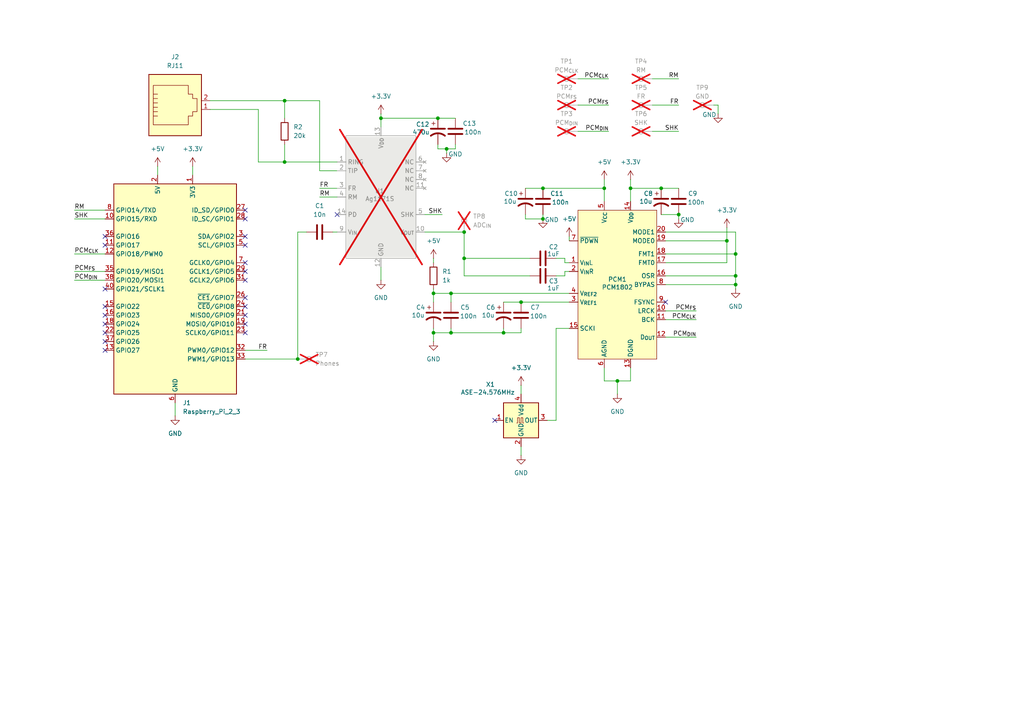
<source format=kicad_sch>
(kicad_sch (version 20231120) (generator "eeschema") (generator_version "8.0")
  (paper "A4")
  (lib_symbols
    (symbol "Audio:PCM1802"
      (property "Reference" "PCM1" (at 0 -6.096 0))
      (property "Value" "PCM1802" (at 0 -8.382 0))
      (symbol "PCM1802_0_1"
        (rectangle (start -11.43 13.97) (end 11.43 -29.21) (fill (type background)))
      )
      (symbol "PCM1802_1_1"
        (pin input line (at -13.97 -1.27 0) (length 2.54) (name "V_{IN}L") (number "1"))
        (pin bidirectional line (at 13.97 -15.24 180) (length 2.54) (name "LRCK") (number "10"))
        (pin bidirectional line (at 13.97 -17.78 180) (length 2.54) (name "BCK") (number "11"))
        (pin output line (at 13.97 -22.86 180) (length 2.54) (name "D_{OUT}") (number "12"))
        (pin power_in line (at 3.81 -31.75 90) (length 2.54) (name "DGND") (number "13"))
        (pin power_in line (at 3.81 16.51 270) (length 2.54) (name "V_{DD}") (number "14"))
        (pin bidirectional line (at -13.97 -20.32 0) (length 2.54) (name "SCKI") (number "15"))
        (pin input line (at 13.97 -5.08 180) (length 2.54) (name "OSR") (number "16"))
        (pin input line (at 13.97 -1.27 180) (length 2.54) (name "FMT0") (number "17"))
        (pin input line (at 13.97 1.27 180) (length 2.54) (name "FMT1") (number "18"))
        (pin input line (at 13.97 5.08 180) (length 2.54) (name "MODE0") (number "19"))
        (pin input line (at -13.97 -3.81 0) (length 2.54) (name "V_{IN}R") (number "2"))
        (pin input line (at 13.97 7.62 180) (length 2.54) (name "MODE1") (number "20"))
        (pin input line (at -13.97 -12.7 0) (length 2.54) (name "V_{REF1}") (number "3"))
        (pin input line (at -13.97 -10.16 0) (length 2.54) (name "V_{REF2}") (number "4"))
        (pin power_in line (at -3.81 16.51 270) (length 2.54) (name "V_{CC}") (number "5"))
        (pin power_in line (at -3.81 -31.75 90) (length 2.54) (name "AGND") (number "6"))
        (pin input line (at -13.97 5.08 0) (length 2.54) (name "~{PDWN}") (number "7"))
        (pin input line (at 13.97 -7.62 180) (length 2.54) (name "BYPAS") (number "8"))
        (pin bidirectional line (at 13.97 -12.7 180) (length 2.54) (name "FSYNC") (number "9"))
      )
    )
    (symbol "Connector:RJ11" (pin_names (offset 1.016))
      (property "Reference" "J" (at -5.08 11.43 0))
      (property "Value" "RJ11" (at 2.54 11.43 0))
      (symbol "RJ11_0_1"
        (polyline (pts (xy -6.35 -1.905) (xy -5.08 -1.905) (xy -5.08 -1.905)))
        (polyline (pts (xy -6.35 -0.635) (xy -5.08 -0.635) (xy -5.08 -0.635)))
        (polyline (pts (xy -6.35 0.635) (xy -5.08 0.635) (xy -5.08 0.635)))
        (polyline (pts (xy -6.35 1.905) (xy -5.08 1.905) (xy -5.08 1.905)))
        (polyline (pts (xy -6.35 3.175) (xy -5.08 3.175) (xy -5.08 3.175)))
        (polyline (pts (xy -5.08 4.445) (xy -6.35 4.445) (xy -6.35 4.445)))
        (polyline (pts (xy -6.35 -4.445) (xy -6.35 6.985) (xy 3.81 6.985) (xy 3.81 4.445) (xy 5.08 4.445) (xy 5.08 3.175) (xy 6.35 3.175) (xy 6.35 -0.635) (xy 5.08 -0.635) (xy 5.08 -1.905) (xy 3.81 -1.905) (xy 3.81 -4.445) (xy -6.35 -4.445) (xy -6.35 -4.445)))
        (rectangle (start 7.62 10.16) (end -7.62 -7.62) (stroke (width 0.254)) (fill (type background)))
      )
      (symbol "RJ11_1_1"
        (pin passive line (at 10.16 0 180) (length 2.54) (name "~") (number "1"))
        (pin passive line (at 10.16 2.54 180) (length 2.54) (name "~") (number "2"))
      )
    )
    (symbol "Connector:Raspberry_Pi_2_3"
      (property "Reference" "J1" (at 2.1941 -33.02 0))
      (property "Value" "Raspberry_Pi_2_3" (at 2.1941 -35.56 0))
      (symbol "Raspberry_Pi_2_3_0_1"
        (rectangle (start -17.78 30.48) (end 17.78 -30.48) (stroke (width 0.254)) (fill (type background)))
      )
      (symbol "Raspberry_Pi_2_3_1_1"
        (pin power_out line (at 5.08 33.02 270) (length 2.54) (name "3V3") (number "1"))
        (pin bidirectional line (at -20.32 20.32 0) (length 2.54) (name "GPIO15/RXD") (number "10"))
        (pin bidirectional line (at -20.32 12.7 0) (length 2.54) (name "GPIO17") (number "11"))
        (pin bidirectional line (at -20.32 10.16 0) (length 2.54) (name "GPIO18/PWM0") (number "12"))
        (pin bidirectional line (at -20.32 -17.78 0) (length 2.54) (name "GPIO27") (number "13"))
        (pin passive line (at 0 -33.02 90) (length 2.54) hide (name "GND") (number "14"))
        (pin bidirectional line (at -20.32 -5.08 0) (length 2.54) (name "GPIO22") (number "15"))
        (pin bidirectional line (at -20.32 -7.62 0) (length 2.54) (name "GPIO23") (number "16"))
        (pin passive line (at 5.08 33.02 270) (length 2.54) hide (name "3V3") (number "17"))
        (pin bidirectional line (at -20.32 -10.16 0) (length 2.54) (name "GPIO24") (number "18"))
        (pin bidirectional line (at 20.32 -10.16 180) (length 2.54) (name "MOSI0/GPIO10") (number "19"))
        (pin power_out line (at -5.08 33.02 270) (length 2.54) (name "5V") (number "2"))
        (pin passive line (at 0 -33.02 90) (length 2.54) hide (name "GND") (number "20"))
        (pin bidirectional line (at 20.32 -7.62 180) (length 2.54) (name "MISO0/GPIO9") (number "21"))
        (pin bidirectional line (at -20.32 -12.7 0) (length 2.54) (name "GPIO25") (number "22"))
        (pin bidirectional line (at 20.32 -12.7 180) (length 2.54) (name "SCLK0/GPIO11") (number "23"))
        (pin bidirectional line (at 20.32 -5.08 180) (length 2.54) (name "~{CE0}/GPIO8") (number "24"))
        (pin passive line (at 0 -33.02 90) (length 2.54) hide (name "GND") (number "25"))
        (pin bidirectional line (at 20.32 -2.54 180) (length 2.54) (name "~{CE1}/GPIO7") (number "26"))
        (pin bidirectional line (at 20.32 22.86 180) (length 2.54) (name "ID_SD/GPIO0") (number "27"))
        (pin bidirectional line (at 20.32 20.32 180) (length 2.54) (name "ID_SC/GPIO1") (number "28"))
        (pin bidirectional line (at 20.32 5.08 180) (length 2.54) (name "GCLK1/GPIO5") (number "29"))
        (pin bidirectional line (at 20.32 15.24 180) (length 2.54) (name "SDA/GPIO2") (number "3"))
        (pin passive line (at 0 -33.02 90) (length 2.54) hide (name "GND") (number "30"))
        (pin bidirectional line (at 20.32 2.54 180) (length 2.54) (name "GCLK2/GPIO6") (number "31"))
        (pin bidirectional line (at 20.32 -17.78 180) (length 2.54) (name "PWM0/GPIO12") (number "32"))
        (pin bidirectional line (at 20.32 -20.32 180) (length 2.54) (name "PWM1/GPIO13") (number "33"))
        (pin passive line (at 0 -33.02 90) (length 2.54) hide (name "GND") (number "34"))
        (pin bidirectional line (at -20.32 5.08 0) (length 2.54) (name "GPIO19/MISO1") (number "35"))
        (pin bidirectional line (at -20.32 15.24 0) (length 2.54) (name "GPIO16") (number "36"))
        (pin bidirectional line (at -20.32 -15.24 0) (length 2.54) (name "GPIO26") (number "37"))
        (pin bidirectional line (at -20.32 2.54 0) (length 2.54) (name "GPIO20/MOSI1") (number "38"))
        (pin passive line (at 0 -33.02 90) (length 2.54) hide (name "GND") (number "39"))
        (pin passive line (at -5.08 33.02 270) (length 2.54) hide (name "5V") (number "4"))
        (pin bidirectional line (at -20.32 0 0) (length 2.54) (name "GPIO21/SCLK1") (number "40"))
        (pin bidirectional line (at 20.32 12.7 180) (length 2.54) (name "SCL/GPIO3") (number "5"))
        (pin power_out line (at 0 -33.02 90) (length 2.54) (name "GND") (number "6"))
        (pin bidirectional line (at 20.32 7.62 180) (length 2.54) (name "GCLK0/GPIO4") (number "7"))
        (pin bidirectional line (at -20.32 22.86 0) (length 2.54) (name "GPIO14/TXD") (number "8"))
        (pin passive line (at 0 -33.02 90) (length 2.54) hide (name "GND") (number "9"))
      )
    )
    (symbol "Connector:TestPoint" (pin_numbers hide) (pin_names (offset 0.762) hide)
      (property "Reference" "TP" (at 0 6.858 0))
      (property "Value" "TestPoint" (at 0 5.08 0))
      (symbol "TestPoint_0_1"
        (circle (center 0 3.302) (radius 0.762))
      )
      (symbol "TestPoint_1_1"
        (pin passive line (at 0 0 90) (length 2.54) (name "1") (number "1"))
      )
    )
    (symbol "Device:C" (pin_numbers hide) (pin_names (offset 0.254))
      (property "Reference" "C" (at 0.635 2.54 0))
      (property "Value" "C" (at 0.635 -2.54 0))
      (symbol "C_0_1"
        (polyline (pts (xy -2.032 -0.762) (xy 2.032 -0.762)) (stroke (width 0.508)))
        (polyline (pts (xy -2.032 0.762) (xy 2.032 0.762)) (stroke (width 0.508)))
      )
      (symbol "C_1_1"
        (pin passive line (at 0 3.81 270) (length 2.794) (name "~") (number "1"))
        (pin passive line (at 0 -3.81 90) (length 2.794) (name "~") (number "2"))
      )
    )
    (symbol "Device:C_Polarized_US" (pin_numbers hide) (pin_names (offset 0.254) hide)
      (property "Reference" "C" (at 0.635 2.54 0))
      (property "Value" "C_Polarized_US" (at 0.635 -2.54 0))
      (symbol "C_Polarized_US_0_1"
        (polyline (pts (xy -2.032 0.762) (xy 2.032 0.762)) (stroke (width 0.508)))
        (polyline (pts (xy -1.778 2.286) (xy -0.762 2.286)))
        (polyline (pts (xy -1.27 1.778) (xy -1.27 2.794)))
        (arc (start 2.032 -1.27) (mid 0 -0.5572) (end -2.032 -1.27) (stroke (width 0.508)))
      )
      (symbol "C_Polarized_US_1_1"
        (pin passive line (at 0 3.81 270) (length 2.794) (name "~") (number "1"))
        (pin passive line (at 0 -3.81 90) (length 3.302) (name "~") (number "2"))
      )
    )
    (symbol "Device:R" (pin_numbers hide) (pin_names (offset 0))
      (property "Reference" "R" (at 2.032 0 90))
      (property "Value" "R" (at 0 0 90))
      (symbol "R_0_1"
        (rectangle (start -1.016 -2.54) (end 1.016 2.54) (stroke (width 0.254)))
      )
      (symbol "R_1_1"
        (pin passive line (at 0 3.81 270) (length 1.27) (name "~") (number "1"))
        (pin passive line (at 0 -3.81 90) (length 1.27) (name "~") (number "2"))
      )
    )
    (symbol "Interface_Telecom:Ag1171"
      (property "Reference" "U1" (at -1.778 1.778 0))
      (property "Value" "Ag1171S" (at -4.572 -0.508 0))
      (symbol "Ag1171_0_1"
        (rectangle (start -10.16 17.78) (end 10.16 -17.78) (fill (type background)))
      )
      (symbol "Ag1171_1_1"
        (pin bidirectional line (at -12.7 10.16 0) (length 2.54) (name "RING") (number "1"))
        (pin output line (at 12.7 -10.16 180) (length 2.54) (name "V_{OUT}") (number "10"))
        (pin no_connect line (at 12.7 2.54 180) (length 2.54) (name "NC") (number "11"))
        (pin power_in line (at 0 -20.32 90) (length 2.54) (name "GND") (number "12"))
        (pin power_in line (at 0 20.32 270) (length 2.54) (name "V_{DD}") (number "13"))
        (pin input line (at -12.7 -5.08 0) (length 2.54) (name "PD") (number "14"))
        (pin bidirectional line (at -12.7 7.62 0) (length 2.54) (name "TIP") (number "2"))
        (pin input line (at -12.7 2.54 0) (length 2.54) (name "FR") (number "3"))
        (pin input line (at -12.7 0 0) (length 2.54) (name "RM") (number "4"))
        (pin output line (at 12.7 -5.08 180) (length 2.54) (name "SHK") (number "5"))
        (pin no_connect line (at 12.7 10.16 180) (length 2.54) (name "NC") (number "6"))
        (pin no_connect line (at 12.7 7.62 180) (length 2.54) (name "NC") (number "7"))
        (pin no_connect line (at 12.7 5.08 180) (length 2.54) (name "NC") (number "8"))
        (pin input line (at -12.7 -10.16 0) (length 2.54) (name "V_{IN}") (number "9"))
      )
    )
    (symbol "Oscillator:ASE-xxxMHz" (pin_names (offset 0.254))
      (property "Reference" "X" (at -5.08 6.35 0))
      (property "Value" "ASE-xxxMHz" (at 1.27 -6.35 0))
      (symbol "ASE-xxxMHz_0_1"
        (rectangle (start -5.08 5.08) (end 5.08 -5.08) (stroke (width 0.254)) (fill (type background)))
        (polyline (pts (xy -1.27 -0.762) (xy -1.016 -0.762) (xy -1.016 0.762) (xy -0.508 0.762) (xy -0.508 -0.762) (xy 0 -0.762) (xy 0 0.762) (xy 0.508 0.762) (xy 0.508 -0.762) (xy 0.762 -0.762)))
      )
      (symbol "ASE-xxxMHz_1_1"
        (pin input line (at -7.62 0 0) (length 2.54) (name "EN") (number "1"))
        (pin power_in line (at 0 -7.62 90) (length 2.54) (name "GND") (number "2"))
        (pin output line (at 7.62 0 180) (length 2.54) (name "OUT") (number "3"))
        (pin power_in line (at 0 7.62 270) (length 2.54) (name "Vdd") (number "4"))
      )
    )
    (symbol "power:+3.3V" (power) (pin_numbers hide) (pin_names (offset 0) hide)
      (property "Value" "+3.3V" (at 0 3.556 0))
      (symbol "+3.3V_0_1"
        (polyline (pts (xy -0.762 1.27) (xy 0 2.54)))
        (polyline (pts (xy 0 0) (xy 0 2.54)))
        (polyline (pts (xy 0 2.54) (xy 0.762 1.27)))
      )
      (symbol "+3.3V_1_1"
        (pin power_in line (at 0 0 90) (length 0) (name "~") (number "1"))
      )
    )
    (symbol "power:+5V" (power) (pin_numbers hide) (pin_names (offset 0) hide)
      (property "Value" "+5V" (at 0 3.556 0))
      (symbol "+5V_0_1"
        (polyline (pts (xy -0.762 1.27) (xy 0 2.54)))
        (polyline (pts (xy 0 0) (xy 0 2.54)))
        (polyline (pts (xy 0 2.54) (xy 0.762 1.27)))
      )
      (symbol "+5V_1_1"
        (pin power_in line (at 0 0 90) (length 0) (name "~") (number "1"))
      )
    )
    (symbol "power:GND" (power) (pin_numbers hide) (pin_names (offset 0) hide)
      (property "Value" "GND" (at 0 -3.81 0))
      (symbol "GND_0_1"
        (polyline (pts (xy 0 0) (xy 0 -1.27) (xy 1.27 -1.27) (xy 0 -2.54) (xy -1.27 -1.27) (xy 0 -1.27)))
      )
      (symbol "GND_1_1"
        (pin power_in line (at 0 0 270) (length 0) (name "~") (number "1"))
      )
    )
  )
  (junction (at 191.77 54.61))
  (junction (at 86.36 104.14))
  (junction (at 127 34.29))
  (junction (at 129.54 43.18))
  (junction (at 213.36 80.01))
  (junction (at 157.48 54.61))
  (junction (at 179.07 110.49))
  (junction (at 110.49 34.29))
  (junction (at 130.81 85.09))
  (junction (at 146.05 96.52))
  (junction (at 82.55 46.99))
  (junction (at 125.73 85.09))
  (junction (at 134.62 67.31))
  (junction (at 130.81 96.52))
  (junction (at 210.82 69.85))
  (junction (at 175.26 54.61))
  (junction (at 196.85 62.23))
  (junction (at 125.73 96.52))
  (junction (at 213.36 73.66))
  (junction (at 151.13 87.63))
  (junction (at 134.62 74.93))
  (junction (at 157.48 63.5))
  (junction (at 213.36 82.55))
  (junction (at 182.88 54.61))
  (junction (at 82.55 29.21))
  (no_connect (at 71.12 71.12))
  (no_connect (at 97.79 62.23))
  (no_connect (at 30.48 83.82))
  (no_connect (at 71.12 88.9))
  (no_connect (at 71.12 60.96))
  (no_connect (at 30.48 88.9))
  (no_connect (at 30.48 91.44))
  (no_connect (at 30.48 101.6))
  (no_connect (at 30.48 68.58))
  (no_connect (at 71.12 68.58))
  (no_connect (at 143.51 121.92))
  (no_connect (at 71.12 91.44))
  (no_connect (at 71.12 96.52))
  (no_connect (at 30.48 71.12))
  (no_connect (at 71.12 81.28))
  (no_connect (at 71.12 86.36))
  (no_connect (at 71.12 76.2))
  (no_connect (at 30.48 99.06))
  (no_connect (at 71.12 63.5))
  (no_connect (at 71.12 78.74))
  (no_connect (at 30.48 93.98))
  (no_connect (at 30.48 96.52))
  (no_connect (at 193.04 87.63))
  (no_connect (at 71.12 93.98))
  (wire (pts (xy 165.1 68.58) (xy 165.1 69.85)))
  (wire (pts (xy 175.26 106.68) (xy 175.26 110.49)))
  (wire (pts (xy 123.19 67.31) (xy 134.62 67.31)))
  (wire (pts (xy 210.82 69.85) (xy 210.82 76.2)))
  (wire (pts (xy 127 41.91) (xy 127 43.18)))
  (wire (pts (xy 110.49 33.02) (xy 110.49 34.29)))
  (wire (pts (xy 208.28 33.02) (xy 208.28 30.48)))
  (wire (pts (xy 179.07 110.49) (xy 182.88 110.49)))
  (wire (pts (xy 146.05 96.52) (xy 151.13 96.52)))
  (wire (pts (xy 21.59 78.74) (xy 30.48 78.74)))
  (wire (pts (xy 175.26 54.61) (xy 175.26 58.42)))
  (wire (pts (xy 134.62 80.01) (xy 153.67 80.01)))
  (wire (pts (xy 82.55 46.99) (xy 97.79 46.99)))
  (wire (pts (xy 213.36 82.55) (xy 213.36 83.82)))
  (wire (pts (xy 208.28 30.48) (xy 207.01 30.48)))
  (wire (pts (xy 50.8 116.84) (xy 50.8 120.65)))
  (wire (pts (xy 110.49 34.29) (xy 110.49 36.83)))
  (wire (pts (xy 92.71 49.53) (xy 97.79 49.53)))
  (wire (pts (xy 92.71 54.61) (xy 97.79 54.61)))
  (wire (pts (xy 146.05 87.63) (xy 151.13 87.63)))
  (wire (pts (xy 161.29 95.25) (xy 161.29 121.92)))
  (wire (pts (xy 161.29 74.93) (xy 163.83 74.93)))
  (wire (pts (xy 60.96 29.21) (xy 82.55 29.21)))
  (wire (pts (xy 82.55 29.21) (xy 82.55 34.29)))
  (wire (pts (xy 152.4 63.5) (xy 157.48 63.5)))
  (wire (pts (xy 86.36 67.31) (xy 88.9 67.31)))
  (wire (pts (xy 191.77 54.61) (xy 196.85 54.61)))
  (wire (pts (xy 92.71 57.15) (xy 97.79 57.15)))
  (wire (pts (xy 189.23 22.86) (xy 196.85 22.86)))
  (wire (pts (xy 163.83 78.74) (xy 165.1 78.74)))
  (wire (pts (xy 182.88 52.07) (xy 182.88 54.61)))
  (wire (pts (xy 158.75 121.92) (xy 161.29 121.92)))
  (wire (pts (xy 127 34.29) (xy 132.08 34.29)))
  (wire (pts (xy 82.55 41.91) (xy 82.55 46.99)))
  (wire (pts (xy 74.93 31.75) (xy 74.93 46.99)))
  (wire (pts (xy 125.73 96.52) (xy 125.73 99.06)))
  (wire (pts (xy 163.83 80.01) (xy 163.83 78.74)))
  (wire (pts (xy 161.29 95.25) (xy 165.1 95.25)))
  (wire (pts (xy 167.64 38.1) (xy 176.53 38.1)))
  (wire (pts (xy 193.04 73.66) (xy 213.36 73.66)))
  (wire (pts (xy 196.85 63.5) (xy 196.85 62.23)))
  (wire (pts (xy 193.04 97.79) (xy 201.93 97.79)))
  (wire (pts (xy 130.81 85.09) (xy 165.1 85.09)))
  (wire (pts (xy 123.19 62.23) (xy 128.27 62.23)))
  (wire (pts (xy 134.62 67.31) (xy 134.62 74.93)))
  (wire (pts (xy 167.64 30.48) (xy 176.53 30.48)))
  (wire (pts (xy 146.05 95.25) (xy 146.05 96.52)))
  (wire (pts (xy 21.59 60.96) (xy 30.48 60.96)))
  (wire (pts (xy 21.59 63.5) (xy 30.48 63.5)))
  (wire (pts (xy 182.88 54.61) (xy 191.77 54.61)))
  (wire (pts (xy 182.88 54.61) (xy 182.88 58.42)))
  (wire (pts (xy 163.83 76.2) (xy 165.1 76.2)))
  (wire (pts (xy 210.82 66.04) (xy 210.82 69.85)))
  (wire (pts (xy 130.81 96.52) (xy 146.05 96.52)))
  (wire (pts (xy 45.72 48.26) (xy 45.72 50.8)))
  (wire (pts (xy 130.81 87.63) (xy 130.81 85.09)))
  (wire (pts (xy 157.48 54.61) (xy 175.26 54.61)))
  (wire (pts (xy 71.12 101.6) (xy 77.47 101.6)))
  (wire (pts (xy 125.73 83.82) (xy 125.73 85.09)))
  (wire (pts (xy 127 43.18) (xy 129.54 43.18)))
  (wire (pts (xy 55.88 48.26) (xy 55.88 50.8)))
  (wire (pts (xy 193.04 76.2) (xy 210.82 76.2)))
  (wire (pts (xy 175.26 110.49) (xy 179.07 110.49)))
  (wire (pts (xy 182.88 106.68) (xy 182.88 110.49)))
  (wire (pts (xy 193.04 69.85) (xy 210.82 69.85)))
  (wire (pts (xy 129.54 43.18) (xy 132.08 43.18)))
  (wire (pts (xy 193.04 80.01) (xy 213.36 80.01)))
  (wire (pts (xy 125.73 87.63) (xy 125.73 85.09)))
  (wire (pts (xy 213.36 82.55) (xy 213.36 80.01)))
  (wire (pts (xy 152.4 54.61) (xy 157.48 54.61)))
  (wire (pts (xy 191.77 62.23) (xy 196.85 62.23)))
  (wire (pts (xy 193.04 67.31) (xy 213.36 67.31)))
  (wire (pts (xy 92.71 29.21) (xy 92.71 49.53)))
  (wire (pts (xy 189.23 38.1) (xy 196.85 38.1)))
  (wire (pts (xy 213.36 80.01) (xy 213.36 73.66)))
  (wire (pts (xy 175.26 52.07) (xy 175.26 54.61)))
  (wire (pts (xy 134.62 74.93) (xy 153.67 74.93)))
  (wire (pts (xy 152.4 63.5) (xy 152.4 62.23)))
  (wire (pts (xy 21.59 73.66) (xy 30.48 73.66)))
  (wire (pts (xy 125.73 96.52) (xy 130.81 96.52)))
  (wire (pts (xy 167.64 22.86) (xy 176.53 22.86)))
  (wire (pts (xy 82.55 29.21) (xy 92.71 29.21)))
  (wire (pts (xy 151.13 87.63) (xy 165.1 87.63)))
  (wire (pts (xy 151.13 129.54) (xy 151.13 132.08)))
  (wire (pts (xy 193.04 90.17) (xy 201.93 90.17)))
  (wire (pts (xy 129.54 43.18) (xy 129.54 44.45)))
  (wire (pts (xy 74.93 46.99) (xy 82.55 46.99)))
  (wire (pts (xy 86.36 104.14) (xy 86.36 67.31)))
  (wire (pts (xy 161.29 80.01) (xy 163.83 80.01)))
  (wire (pts (xy 179.07 114.3) (xy 179.07 110.49)))
  (wire (pts (xy 60.96 31.75) (xy 74.93 31.75)))
  (wire (pts (xy 151.13 111.76) (xy 151.13 114.3)))
  (wire (pts (xy 71.12 104.14) (xy 86.36 104.14)))
  (wire (pts (xy 134.62 80.01) (xy 134.62 74.93)))
  (wire (pts (xy 21.59 81.28) (xy 30.48 81.28)))
  (wire (pts (xy 125.73 74.93) (xy 125.73 76.2)))
  (wire (pts (xy 213.36 73.66) (xy 213.36 67.31)))
  (wire (pts (xy 193.04 92.71) (xy 201.93 92.71)))
  (wire (pts (xy 96.52 67.31) (xy 97.79 67.31)))
  (wire (pts (xy 163.83 74.93) (xy 163.83 76.2)))
  (wire (pts (xy 110.49 77.47) (xy 110.49 81.28)))
  (wire (pts (xy 193.04 82.55) (xy 213.36 82.55)))
  (wire (pts (xy 110.49 34.29) (xy 127 34.29)))
  (wire (pts (xy 151.13 96.52) (xy 151.13 95.25)))
  (wire (pts (xy 125.73 95.25) (xy 125.73 96.52)))
  (wire (pts (xy 157.48 63.5) (xy 157.48 62.23)))
  (wire (pts (xy 189.23 30.48) (xy 196.85 30.48)))
  (wire (pts (xy 130.81 96.52) (xy 130.81 95.25)))
  (wire (pts (xy 132.08 43.18) (xy 132.08 41.91)))
  (wire (pts (xy 125.73 85.09) (xy 130.81 85.09)))
  (label "FR" (at 77.47 101.6 180))
  (label "PCM_{CLK}" (at 21.59 73.66 0))
  (label "PCM_{DIN}" (at 176.53 38.1 180))
  (label "PCM_{FS}" (at 21.59 78.74 0))
  (label "SHK" (at 128.27 62.23 180))
  (label "FR" (at 92.71 54.61 0))
  (label "FR" (at 196.85 30.48 180))
  (label "PCM_{CLK}" (at 201.93 92.71 180))
  (label "RM" (at 196.85 22.86 180))
  (label "RM" (at 21.59 60.96 0))
  (label "PCM_{FS}" (at 176.53 30.48 180))
  (label "SHK" (at 196.85 38.1 180))
  (label "PCM_{FS}" (at 201.93 90.17 180))
  (label "SHK" (at 21.59 63.5 0))
  (label "PCM_{DIN}" (at 201.93 97.79 180))
  (label "PCM_{CLK}" (at 176.53 22.86 180))
  (label "RM" (at 92.71 57.15 0))
  (label "PCM_{DIN}" (at 21.59 81.28 0))
  (symbol (lib_id "power:+3.3V") (at 55.88 48.26 0) (unit 1)
    (property "Reference" "#PWR02" (effects (hide yes)))
    (property "Value" "+3.3V" (at 55.88 43.18 0))
    (property "Description" "Power symbol creates a global label with name \"+3.3V\"" (effects (hide yes)))
  )
  (symbol (lib_id "power:+3.3V") (at 210.82 66.04 0) (unit 1)
    (property "Reference" "#PWR013" (effects (hide yes)))
    (property "Value" "+3.3V" (at 210.82 60.96 0))
    (property "Description" "Power symbol creates a global label with name \"+3.3V\"" (effects (hide yes)))
  )
  (symbol (lib_id "power:GND") (at 213.36 83.82 0) (unit 1)
    (property "Reference" "#PWR014" (effects (hide yes)))
    (property "Value" "GND" (at 213.36 88.9 0))
    (property "Description" "Power symbol creates a global label with name \"GND\" , ground" (effects (hide yes)))
  )
  (symbol (lib_id "Device:C_Polarized_US") (at 125.73 91.44 0) (unit 1)
    (property "Reference" "C4" (at 120.65 89.154 0) (effects (justify left)))
    (property "Value" "10u" (at 119.38 91.44 0) (effects (justify left)))
    (property "Footprint" "Capacitor_Tantalum_SMD:CP_EIA-3216-18_Kemet-A" (effects (hide yes)))
    (property "Description" "Polarized capacitor, US symbol" (effects (hide yes)))
    (property "LCSC" "C7171" (effects (hide yes)))
  )
  (symbol (lib_id "Audio:PCM1802") (at 179.07 74.93 0) (unit 1)
    (property "Reference" "PCM1" (at 179.07 81.026 0))
    (property "Value" "PCM1802" (at 179.07 83.312 0))
    (property "Footprint" "Package_SO:SSOP-20_5.3x7.2mm_P0.65mm" (effects (hide yes)))
    (property "Datasheet" "https://www.ti.com/lit/ds/symlink/pcm1802.pdf" (effects (hide yes)))
    (property "Description" "Single-Ended Analog-Input 24-Bit, 96-kHz Stereo A/D Converter" (effects (hide yes)))
    (property "LCSC" "C2866894" (effects (hide yes)))
  )
  (symbol (lib_id "Connector:TestPoint") (at 167.64 30.48 90) (unit 1) (dnp yes)
    (property "Reference" "TP2" (at 164.338 25.4 90))
    (property "Value" "PCM_{FS}" (at 164.338 27.94 90))
    (property "Footprint" "TestPoint:TestPoint_THTPad_D2.0mm_Drill1.0mm" (effects (hide yes)))
    (property "Description" "test point" (effects (hide yes)))
  )
  (symbol (lib_id "Device:C") (at 157.48 58.42 180) (unit 1)
    (property "Reference" "C11" (at 161.544 56.134 0))
    (property "Value" "100n" (at 162.56 58.674 0))
    (property "Footprint" "Capacitor_SMD:C_0402_1005Metric" (effects (hide yes)))
    (property "Description" "Unpolarized capacitor" (effects (hide yes)))
    (property "LCSC" "C1525" (effects (hide yes)))
  )
  (symbol (lib_id "Connector:TestPoint") (at 134.62 67.31 0) (unit 1) (dnp yes)
    (property "Reference" "TP8" (at 137.16 62.7379 0) (effects (justify left)))
    (property "Value" "ADC_{IN}" (at 137.16 65.2779 0) (effects (justify left)))
    (property "Footprint" "TestPoint:TestPoint_THTPad_D2.0mm_Drill1.0mm" (effects (hide yes)))
    (property "Description" "test point" (effects (hide yes)))
  )
  (symbol (lib_id "power:GND") (at 50.8 120.65 0) (unit 1)
    (property "Reference" "#PWR03" (effects (hide yes)))
    (property "Value" "GND" (at 50.8 125.73 0))
    (property "Description" "Power symbol creates a global label with name \"GND\" , ground" (effects (hide yes)))
  )
  (symbol (lib_id "Oscillator:ASE-xxxMHz") (at 151.13 121.92 0) (unit 1)
    (property "Reference" "X1" (at 142.24 111.506 0))
    (property "Value" "ASE-24.576MHz" (at 141.478 113.792 0))
    (property "Footprint" "Oscillator:Oscillator_SMD_Abracon_ASE-4Pin_3.2x2.5mm" (effects (hide yes)))
    (property "Datasheet" "http://www.abracon.com/Oscillators/ASV.pdf" (effects (hide yes)))
    (property "Description" "3.3V CMOS SMD Crystal Clock Oscillator, Abracon" (effects (hide yes)))
    (property "LCSC" "C437128" (effects (hide yes)))
  )
  (symbol (lib_id "Connector:TestPoint") (at 167.64 38.1 90) (unit 1) (dnp yes)
    (property "Reference" "TP3" (at 164.338 33.02 90))
    (property "Value" "PCM_{DIN}" (at 164.338 35.56 90))
    (property "Footprint" "TestPoint:TestPoint_THTPad_D2.0mm_Drill1.0mm" (effects (hide yes)))
    (property "Description" "test point" (effects (hide yes)))
  )
  (symbol (lib_id "Connector:RJ11") (at 50.8 31.75 0) (unit 1)
    (property "Reference" "J2" (at 50.8 16.51 0))
    (property "Value" "RJ11" (at 50.8 19.05 0))
    (property "Footprint" "Connector_RJ:RJ11_Ckmtw_A800_Horizontal" (effects (hide yes)))
    (property "Description" "RJ connector, 6P2C (6 positions 2 connected)" (effects (hide yes)))
    (property "LCSC" "C189748" (effects (hide yes)))
  )
  (symbol (lib_id "Device:C") (at 92.71 67.31 90) (unit 1)
    (property "Reference" "C1" (at 92.71 59.69 90))
    (property "Value" "10n" (at 92.71 62.23 90))
    (property "Footprint" "Capacitor_SMD:C_0402_1005Metric" (effects (hide yes)))
    (property "Description" "Unpolarized capacitor" (effects (hide yes)))
    (property "LCSC" "C15195" (effects (hide yes)))
  )
  (symbol (lib_id "power:+3.3V") (at 151.13 111.76 0) (unit 1)
    (property "Reference" "#PWR08" (effects (hide yes)))
    (property "Value" "+3.3V" (at 151.13 106.68 0))
    (property "Description" "Power symbol creates a global label with name \"+3.3V\"" (effects (hide yes)))
  )
  (symbol (lib_id "Connector:TestPoint") (at 189.23 30.48 90) (unit 1) (dnp yes)
    (property "Reference" "TP5" (at 185.928 25.4 90))
    (property "Value" "FR" (at 185.928 27.94 90))
    (property "Footprint" "TestPoint:TestPoint_THTPad_D2.0mm_Drill1.0mm" (effects (hide yes)))
    (property "Description" "test point" (effects (hide yes)))
  )
  (symbol (lib_id "Device:C") (at 157.48 80.01 90) (unit 1)
    (property "Reference" "C3" (at 160.528 81.534 90))
    (property "Value" "1uF" (at 160.528 83.566 90))
    (property "Footprint" "Capacitor_SMD:C_0402_1005Metric" (effects (hide yes)))
    (property "Description" "Unpolarized capacitor" (effects (hide yes)))
    (property "LCSC" "C52923" (effects (hide yes)))
  )
  (symbol (lib_id "power:GND") (at 125.73 99.06 0) (unit 1)
    (property "Reference" "#PWR015" (effects (hide yes)))
    (property "Value" "GND" (at 125.73 104.14 0))
    (property "Description" "Power symbol creates a global label with name \"GND\" , ground" (effects (hide yes)))
  )
  (symbol (lib_id "Device:C") (at 132.08 38.1 180) (unit 1)
    (property "Reference" "C13" (at 136.144 35.814 0))
    (property "Value" "100n" (at 137.16 38.354 0))
    (property "Footprint" "Capacitor_SMD:C_0402_1005Metric" (effects (hide yes)))
    (property "Description" "Unpolarized capacitor" (effects (hide yes)))
    (property "LCSC" "C1525" (effects (hide yes)))
  )
  (symbol (lib_id "power:+5V") (at 165.1 68.58 0) (unit 1)
    (property "Reference" "#PWR017" (effects (hide yes)))
    (property "Value" "+5V" (at 165.1 63.5 0))
    (property "Description" "Power symbol creates a global label with name \"+5V\"" (effects (hide yes)))
  )
  (symbol (lib_id "power:GND") (at 208.28 33.02 0) (mirror y) (unit 1)
    (property "Reference" "#PWR019" (effects (hide yes)))
    (property "Value" "GND" (at 205.74 33.274 0))
    (property "Description" "Power symbol creates a global label with name \"GND\" , ground" (effects (hide yes)))
  )
  (symbol (lib_id "Device:C") (at 157.48 74.93 90) (unit 1)
    (property "Reference" "C2" (at 160.528 71.628 90))
    (property "Value" "1uF" (at 160.528 73.66 90))
    (property "Footprint" "Capacitor_SMD:C_0402_1005Metric" (effects (hide yes)))
    (property "Description" "Unpolarized capacitor" (effects (hide yes)))
    (property "LCSC" "C52923" (effects (hide yes)))
  )
  (symbol (lib_id "power:GND") (at 129.54 44.45 0) (unit 1)
    (property "Reference" "#PWR018" (effects (hide yes)))
    (property "Value" "GND" (at 132.08 44.704 0))
    (property "Description" "Power symbol creates a global label with name \"GND\" , ground" (effects (hide yes)))
  )
  (symbol (lib_id "Device:R") (at 82.55 38.1 0) (unit 1)
    (property "Reference" "R2" (at 85.09 36.8299 0) (effects (justify left)))
    (property "Value" "20k" (at 85.09 39.3699 0) (effects (justify left)))
    (property "Footprint" "Resistor_SMD:R_0805_2012Metric" (effects (hide yes)))
    (property "Description" "Resistor" (effects (hide yes)))
    (property "LCSC" "C4328" (effects (hide yes)))
  )
  (symbol (lib_id "Connector:TestPoint") (at 86.36 104.14 270) (unit 1) (dnp yes)
    (property "Reference" "TP7" (at 91.44 102.8699 90) (effects (justify left)))
    (property "Value" "Phones" (at 91.44 105.4099 90) (effects (justify left)))
    (property "Footprint" "TestPoint:TestPoint_THTPad_D2.0mm_Drill1.0mm" (effects (hide yes)))
    (property "Description" "test point" (effects (hide yes)))
  )
  (symbol (lib_id "Device:C") (at 130.81 91.44 180) (unit 1)
    (property "Reference" "C5" (at 134.874 89.154 0))
    (property "Value" "100n" (at 135.89 91.694 0))
    (property "Footprint" "Capacitor_SMD:C_0402_1005Metric" (effects (hide yes)))
    (property "Description" "Unpolarized capacitor" (effects (hide yes)))
    (property "LCSC" "C1525" (effects (hide yes)))
  )
  (symbol (lib_id "power:+5V") (at 175.26 52.07 0) (unit 1)
    (property "Reference" "#PWR04" (effects (hide yes)))
    (property "Value" "+5V" (at 175.26 46.99 0))
    (property "Description" "Power symbol creates a global label with name \"+5V\"" (effects (hide yes)))
  )
  (symbol (lib_id "Device:C_Polarized_US") (at 127 38.1 0) (unit 1)
    (property "Reference" "C12" (at 120.65 36.068 0) (effects (justify left)))
    (property "Value" "470u" (at 119.634 38.354 0) (effects (justify left)))
    (property "Footprint" "Capacitor_SMD:C_Elec_8x10.2" (effects (hide yes)))
    (property "Description" "Polarized capacitor, US symbol" (effects (hide yes)))
    (property "LCSC" "C50818" (effects (hide yes)))
  )
  (symbol (lib_id "Device:R") (at 125.73 80.01 0) (unit 1)
    (property "Reference" "R1" (at 128.27 78.7399 0) (effects (justify left)))
    (property "Value" "1k" (at 128.27 81.2799 0) (effects (justify left)))
    (property "Footprint" "Resistor_SMD:R_0402_1005Metric" (effects (hide yes)))
    (property "Description" "Resistor" (effects (hide yes)))
    (property "LCSC" "C11702" (effects (hide yes)))
  )
  (symbol (lib_id "Connector:TestPoint") (at 167.64 22.86 90) (unit 1) (dnp yes)
    (property "Reference" "TP1" (at 164.338 17.78 90))
    (property "Value" "PCM_{CLK}" (at 164.338 20.32 90))
    (property "Footprint" "TestPoint:TestPoint_THTPad_D2.0mm_Drill1.0mm" (effects (hide yes)))
    (property "Description" "test point" (effects (hide yes)))
  )
  (symbol (lib_id "Connector:TestPoint") (at 189.23 38.1 90) (unit 1) (dnp yes)
    (property "Reference" "TP6" (at 185.928 33.02 90))
    (property "Value" "SHK" (at 185.928 35.56 90))
    (property "Footprint" "TestPoint:TestPoint_THTPad_D2.0mm_Drill1.0mm" (effects (hide yes)))
    (property "Description" "test point" (effects (hide yes)))
  )
  (symbol (lib_id "Device:C_Polarized_US") (at 146.05 91.44 0) (unit 1)
    (property "Reference" "C6" (at 140.97 89.154 0) (effects (justify left)))
    (property "Value" "10u" (at 139.7 91.44 0) (effects (justify left)))
    (property "Footprint" "Capacitor_Tantalum_SMD:CP_EIA-3216-18_Kemet-A" (effects (hide yes)))
    (property "Description" "Polarized capacitor, US symbol" (effects (hide yes)))
    (property "LCSC" "C7171" (effects (hide yes)))
  )
  (symbol (lib_id "power:GND") (at 196.85 63.5 0) (unit 1)
    (property "Reference" "#PWR012" (effects (hide yes)))
    (property "Value" "GND" (at 199.39 63.754 0))
    (property "Description" "Power symbol creates a global label with name \"GND\" , ground" (effects (hide yes)))
  )
  (symbol (lib_id "power:+5V") (at 125.73 74.93 0) (unit 1)
    (property "Reference" "#PWR011" (effects (hide yes)))
    (property "Value" "+5V" (at 125.73 69.85 0))
    (property "Description" "Power symbol creates a global label with name \"+5V\"" (effects (hide yes)))
  )
  (symbol (lib_id "Device:C_Polarized_US") (at 152.4 58.42 0) (unit 1)
    (property "Reference" "C10" (at 146.304 56.134 0) (effects (justify left)))
    (property "Value" "10u" (at 146.05 58.42 0) (effects (justify left)))
    (property "Footprint" "Capacitor_Tantalum_SMD:CP_EIA-3216-18_Kemet-A" (effects (hide yes)))
    (property "Description" "Polarized capacitor, US symbol" (effects (hide yes)))
    (property "LCSC" "C7171" (effects (hide yes)))
  )
  (symbol (lib_id "power:GND") (at 179.07 114.3 0) (unit 1)
    (property "Reference" "#PWR05" (effects (hide yes)))
    (property "Value" "GND" (at 179.07 119.38 0))
    (property "Description" "Power symbol creates a global label with name \"GND\" , ground" (effects (hide yes)))
  )
  (symbol (lib_id "power:GND") (at 110.49 81.28 0) (unit 1)
    (property "Reference" "#PWR010" (effects (hide yes)))
    (property "Value" "GND" (at 110.49 86.36 0))
    (property "Description" "Power symbol creates a global label with name \"GND\" , ground" (effects (hide yes)))
  )
  (symbol (lib_id "Device:C") (at 196.85 58.42 180) (unit 1)
    (property "Reference" "C9" (at 200.914 56.134 0))
    (property "Value" "100n" (at 201.93 58.674 0))
    (property "Footprint" "Capacitor_SMD:C_0402_1005Metric" (effects (hide yes)))
    (property "Description" "Unpolarized capacitor" (effects (hide yes)))
    (property "LCSC" "C1525" (effects (hide yes)))
  )
  (symbol (lib_id "Connector:TestPoint") (at 207.01 30.48 90) (unit 1) (dnp yes)
    (property "Reference" "TP9" (at 203.708 25.4 90))
    (property "Value" "GND" (at 203.708 27.94 90))
    (property "Footprint" "TestPoint:TestPoint_THTPad_D2.0mm_Drill1.0mm" (effects (hide yes)))
    (property "Description" "test point" (effects (hide yes)))
  )
  (symbol (lib_id "power:GND") (at 151.13 132.08 0) (unit 1)
    (property "Reference" "#PWR07" (effects (hide yes)))
    (property "Value" "GND" (at 151.13 137.16 0))
    (property "Description" "Power symbol creates a global label with name \"GND\" , ground" (effects (hide yes)))
  )
  (symbol (lib_id "power:+5V") (at 45.72 48.26 0) (unit 1)
    (property "Reference" "#PWR01" (effects (hide yes)))
    (property "Value" "+5V" (at 45.72 43.18 0))
    (property "Description" "Power symbol creates a global label with name \"+5V\"" (effects (hide yes)))
  )
  (symbol (lib_id "power:+3.3V") (at 182.88 52.07 0) (unit 1)
    (property "Reference" "#PWR06" (effects (hide yes)))
    (property "Value" "+3.3V" (at 182.88 46.99 0))
    (property "Description" "Power symbol creates a global label with name \"+3.3V\"" (effects (hide yes)))
  )
  (symbol (lib_id "Connector:TestPoint") (at 189.23 22.86 90) (unit 1) (dnp yes)
    (property "Reference" "TP4" (at 185.928 17.78 90))
    (property "Value" "RM" (at 185.928 20.32 90))
    (property "Footprint" "TestPoint:TestPoint_THTPad_D2.0mm_Drill1.0mm" (effects (hide yes)))
    (property "Description" "test point" (effects (hide yes)))
  )
  (symbol (lib_id "power:+3.3V") (at 110.49 33.02 0) (unit 1)
    (property "Reference" "#PWR09" (effects (hide yes)))
    (property "Value" "+3.3V" (at 110.49 27.94 0))
    (property "Description" "Power symbol creates a global label with name \"+3.3V\"" (effects (hide yes)))
  )
  (symbol (lib_id "Interface_Telecom:Ag1171") (at 110.49 57.15 0) (unit 1) (dnp yes)
    (property "Reference" "U1" (at 108.712 55.372 0) (effects (justify left)))
    (property "Value" "Ag1171S" (at 105.918 57.658 0) (effects (justify left)))
    (property "Footprint" "Connector_PinHeader_2.54mm:PinHeader_1x7+7_P2.54mm_Vertical" (effects (hide yes)))
    (property "Datasheet" "https://www.silvertel.com/images/datasheets/Ag1171-datasheet-Low-cost-ringing-SLIC-with-single-supply.pdf" (effects (hide yes)))
    (property "Description" "+3.3V / +5.0V Low Power Ringing SLIC" (effects (hide yes)))
  )
  (symbol (lib_id "Device:C") (at 151.13 91.44 180) (unit 1)
    (property "Reference" "C7" (at 155.194 89.154 0))
    (property "Value" "100n" (at 156.21 91.694 0))
    (property "Footprint" "Capacitor_SMD:C_0402_1005Metric" (effects (hide yes)))
    (property "Description" "Unpolarized capacitor" (effects (hide yes)))
    (property "LCSC" "C1525" (effects (hide yes)))
  )
  (symbol (lib_id "Connector:Raspberry_Pi_2_3") (at 50.8 83.82 0) (unit 1)
    (property "Reference" "J1" (at 52.9941 116.84 0) (effects (justify left)))
    (property "Value" "Raspberry_Pi_2_3" (at 52.9941 119.38 0) (effects (justify left)))
    (property "Footprint" "Connector_Samtec_HLE_SMD:Liansheng_FH-00369_2x20_P2.54mm_Horizontal" (effects (hide yes)))
    (property "Datasheet" "https://www.raspberrypi.org/documentation/hardware/raspberrypi/schematics/rpi_SCH_3bplus_1p0_reduced.pdf" (effects (hide yes)))
    (property "Description" "expansion header for Raspberry Pi 2 & 3" (effects (hide yes)))
    (property "LCSC" "C2685115" (effects (hide yes)))
  )
  (symbol (lib_id "Device:C_Polarized_US") (at 191.77 58.42 0) (unit 1)
    (property "Reference" "C8" (at 186.69 56.134 0) (effects (justify left)))
    (property "Value" "10u" (at 185.42 58.42 0) (effects (justify left)))
    (property "Footprint" "Capacitor_Tantalum_SMD:CP_EIA-3216-18_Kemet-A" (effects (hide yes)))
    (property "Description" "Polarized capacitor, US symbol" (effects (hide yes)))
    (property "LCSC" "C7171" (effects (hide yes)))
  )
  (symbol (lib_id "power:GND") (at 157.48 63.5 0) (unit 1)
    (property "Reference" "#PWR016" (effects (hide yes)))
    (property "Value" "GND" (at 160.02 63.754 0))
    (property "Description" "Power symbol creates a global label with name \"GND\" , ground" (effects (hide yes)))
  )
)
</source>
